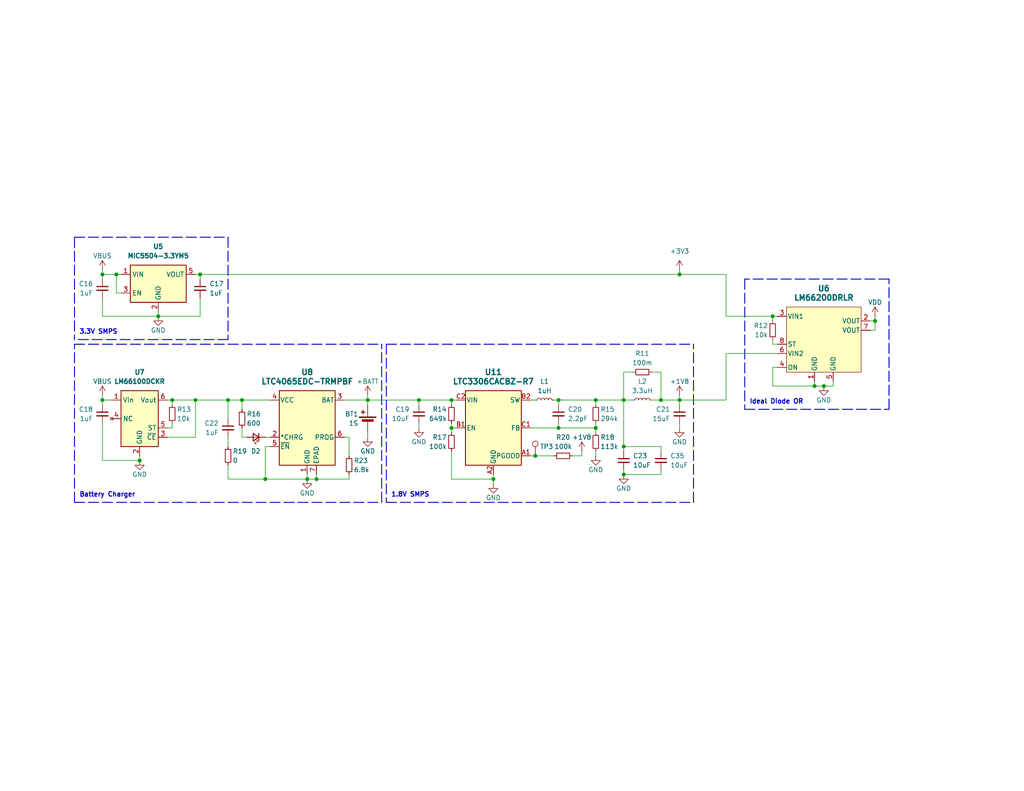
<source format=kicad_sch>
(kicad_sch (version 20231120) (generator "eeschema") (generator_version "8.0")
  (paper "USLetter")
  (title_block (title "T1000 - Power") (date "2024-09-10") (rev "V0") (company "UMDBPP") (comment 1 "Michael Shipman") (comment 2 "ENEE499L"))
  (lib_symbols
    (symbol "BPP_Lib:LM66100"
      (property "Reference" "U11" (at 0 6.35 0))
      (property "Value" "~" (at 0 6.35 0))
      (symbol "LM66100_1_1"
        (rectangle (start -5.08 5.08) (end 5.08 -10.16) (stroke (width 0.254)) (fill (type background)))
        (pin input line (at -7.62 2.54 0) (length 2.54) (name "Vin") (number "1"))
        (pin input line (at 0 -12.7 90) (length 2.54) (name "GND") (number "2"))
        (pin input line (at 7.62 -7.62 180) (length 2.54) (name "~{CE}") (number "3"))
        (pin no_connect line (at -7.62 -2.54 0) (length 2.54) (name "NC") (number "4"))
        (pin input line (at 7.62 -5.08 180) (length 2.54) (name "ST") (number "5"))
        (pin input line (at 7.62 2.54 180) (length 2.54) (name "Vout") (number "6"))
      )
    )
    (symbol "BPP_Lib:LM66200DRLR" (pin_names (offset 0.254))
      (property "Reference" "U" (at 0 14.478 0))
      (property "Value" "LM66200DRLR" (at -0.254 11.43 0))
      (symbol "LM66200DRLR_1_1"
        (rectangle (start -10.16 8.89) (end 10.16 -8.89) (fill (type background)))
        (pin power_out line (at -2.54 -11.43 90) (length 2.54) (name "GND") (number "1"))
        (pin power_in line (at 12.7 5.08 180) (length 2.54) (name "VOUT") (number "2"))
        (pin input line (at -12.7 6.35 0) (length 2.54) (name "VIN1") (number "3"))
        (pin input line (at -12.7 -7.62 0) (length 2.54) (name "ON") (number "4"))
        (pin power_out line (at 2.54 -11.43 90) (length 2.54) (name "GND") (number "5"))
        (pin input line (at -12.7 -3.81 0) (length 2.54) (name "VIN2") (number "6"))
        (pin output line (at 12.7 2.54 180) (length 2.54) (name "VOUT") (number "7"))
        (pin output line (at -12.7 -1.27 0) (length 2.54) (name "ST") (number "8"))
      )
    )
    (symbol "BPP_Lib:LTC3306CACBZ-R7" (pin_names (offset 0.254))
      (property "Reference" "U6" (at 0 15.24 0))
      (property "Value" "LTC3306CACBZ-R7" (at 0 12.7 0))
      (symbol "LTC3306CACBZ-R7_0_1"
        (pin output line (at 10.16 -7.62 180) (length 2.54) (name "PGOOD") (number "A1"))
        (pin power_out line (at 0 -12.7 90) (length 2.54) (name "GND") (number "A2"))
        (pin input line (at -10.16 0 0) (length 2.54) (name "EN") (number "B1"))
        (pin unspecified line (at 10.16 7.62 180) (length 2.54) (name "SW") (number "B2"))
        (pin unspecified line (at 10.16 0 180) (length 2.54) (name "FB") (number "C1"))
        (pin unspecified line (at -10.16 7.62 0) (length 2.54) (name "VIN") (number "C2"))
      )
      (symbol "LTC3306CACBZ-R7_1_1"
        (rectangle (start -7.62 10.16) (end 7.62 -10.16) (stroke (width 0.254)) (fill (type background)))
      )
    )
    (symbol "BPP_Lib:LTC4065AEDC-TRMPBF" (pin_names (offset 0.254))
      (property "Reference" "U7" (at 0 15.24 0))
      (property "Value" "LTC4065EDC-TRMPBF" (at 0 12.7 0))
      (symbol "LTC4065AEDC-TRMPBF_0_1"
        (pin power_in line (at 0 -12.7 90) (length 2.54) (name "GND") (number "1"))
        (pin output line (at -10.16 -2.54 0) (length 2.54) (name "*CHRG") (number "2"))
        (pin output line (at 10.16 7.62 180) (length 2.54) (name "BAT") (number "3"))
        (pin power_in line (at -10.16 7.62 0) (length 2.54) (name "VCC") (number "4"))
        (pin unspecified line (at 10.16 -2.54 180) (length 2.54) (name "PROG") (number "6"))
        (pin unspecified line (at 2.54 -12.7 90) (length 2.54) (name "EPAD") (number "7"))
      )
      (symbol "LTC4065AEDC-TRMPBF_1_1"
        (rectangle (start -7.62 10.16) (end 7.62 -10.16) (stroke (width 0.254)) (fill (type background)))
        (pin bidirectional line (at -10.16 -5.08 0) (length 2.54) (name "~{EN}") (number "5"))
      )
    )
    (symbol "Connector:TestPoint" (pin_numbers hide) (pin_names (offset 0.762) hide)
      (property "Reference" "TP" (at 0 6.858 0))
      (property "Value" "TestPoint" (at 0 5.08 0))
      (symbol "TestPoint_0_1"
        (circle (center 0 3.302) (radius 0.762))
      )
      (symbol "TestPoint_1_1"
        (pin passive line (at 0 0 90) (length 2.54) (name "1") (number "1"))
      )
    )
    (symbol "Device:Battery_Cell" (pin_numbers hide) (pin_names (offset 0) hide)
      (property "Reference" "BT" (at 2.54 2.54 0))
      (property "Value" "Battery_Cell" (at 2.54 0 0))
      (symbol "Battery_Cell_0_1"
        (rectangle (start -2.286 1.778) (end 2.286 1.524) (fill (type outline)))
        (rectangle (start -1.524 1.016) (end 1.524 0.508) (fill (type outline)))
        (polyline (pts (xy 0 0.762) (xy 0 0)))
        (polyline (pts (xy 0 1.778) (xy 0 2.54)))
        (polyline (pts (xy 0.762 3.048) (xy 1.778 3.048)) (stroke (width 0.254)))
        (polyline (pts (xy 1.27 3.556) (xy 1.27 2.54)) (stroke (width 0.254)))
      )
      (symbol "Battery_Cell_1_1"
        (pin passive line (at 0 5.08 270) (length 2.54) (name "+") (number "1"))
        (pin passive line (at 0 -2.54 90) (length 2.54) (name "-") (number "2"))
      )
    )
    (symbol "Device:C_Small" (pin_numbers hide) (pin_names (offset 0.254) hide)
      (property "Reference" "C" (at 0.254 1.778 0))
      (property "Value" "C_Small" (at 0.254 -2.032 0))
      (symbol "C_Small_0_1"
        (polyline (pts (xy -1.524 -0.508) (xy 1.524 -0.508)) (stroke (width 0.3302)))
        (polyline (pts (xy -1.524 0.508) (xy 1.524 0.508)) (stroke (width 0.3048)))
      )
      (symbol "C_Small_1_1"
        (pin passive line (at 0 2.54 270) (length 2.032) (name "~") (number "1"))
        (pin passive line (at 0 -2.54 90) (length 2.032) (name "~") (number "2"))
      )
    )
    (symbol "Device:LED_Small" (pin_numbers hide) (pin_names (offset 0.254) hide)
      (property "Reference" "D" (at -1.27 3.175 0))
      (property "Value" "LED_Small" (at -4.445 -2.54 0))
      (symbol "LED_Small_0_1"
        (polyline (pts (xy -0.762 -1.016) (xy -0.762 1.016)) (stroke (width 0.254)))
        (polyline (pts (xy 1.016 0) (xy -0.762 0)))
        (polyline (pts (xy 0.762 -1.016) (xy -0.762 0) (xy 0.762 1.016) (xy 0.762 -1.016)) (stroke (width 0.254)))
        (polyline (pts (xy 0 0.762) (xy -0.508 1.27) (xy -0.254 1.27) (xy -0.508 1.27) (xy -0.508 1.016)))
        (polyline (pts (xy 0.508 1.27) (xy 0 1.778) (xy 0.254 1.778) (xy 0 1.778) (xy 0 1.524)))
      )
      (symbol "LED_Small_1_1"
        (pin passive line (at -2.54 0 0) (length 1.778) (name "K") (number "1"))
        (pin passive line (at 2.54 0 180) (length 1.778) (name "A") (number "2"))
      )
    )
    (symbol "Device:L_Small" (pin_numbers hide) (pin_names (offset 0.254) hide)
      (property "Reference" "L" (at 0.762 1.016 0))
      (property "Value" "L_Small" (at 0.762 -1.016 0))
      (symbol "L_Small_0_1"
        (arc (start 0 -2.032) (mid 0.5058 -1.524) (end 0 -1.016))
        (arc (start 0 -1.016) (mid 0.5058 -0.508) (end 0 0))
        (arc (start 0 0) (mid 0.5058 0.508) (end 0 1.016))
        (arc (start 0 1.016) (mid 0.5058 1.524) (end 0 2.032))
      )
      (symbol "L_Small_1_1"
        (pin passive line (at 0 2.54 270) (length 0.508) (name "~") (number "1"))
        (pin passive line (at 0 -2.54 90) (length 0.508) (name "~") (number "2"))
      )
    )
    (symbol "Device:R_Small" (pin_numbers hide) (pin_names (offset 0.254) hide)
      (property "Reference" "R" (at 0.762 0.508 0))
      (property "Value" "R_Small" (at 0.762 -1.016 0))
      (symbol "R_Small_0_1"
        (rectangle (start -0.762 1.778) (end 0.762 -1.778) (stroke (width 0.2032)))
      )
      (symbol "R_Small_1_1"
        (pin passive line (at 0 2.54 270) (length 0.762) (name "~") (number "1"))
        (pin passive line (at 0 -2.54 90) (length 0.762) (name "~") (number "2"))
      )
    )
    (symbol "Regulator_Linear:MIC5504-3.3YM5"
      (property "Reference" "U" (at -7.62 8.89 0))
      (property "Value" "MIC5504-3.3YM5" (at -7.62 6.35 0))
      (symbol "MIC5504-3.3YM5_0_1"
        (rectangle (start -7.62 -5.08) (end 7.62 5.08) (stroke (width 0.254)) (fill (type background)))
      )
      (symbol "MIC5504-3.3YM5_1_1"
        (pin power_in line (at -10.16 2.54 0) (length 2.54) (name "VIN") (number "1"))
        (pin power_in line (at 0 -7.62 90) (length 2.54) (name "GND") (number "2"))
        (pin input line (at -10.16 -2.54 0) (length 2.54) (name "EN") (number "3"))
        (pin no_connect line (at 7.62 -2.54 180) (length 2.54) hide (name "NC") (number "4"))
        (pin power_out line (at 10.16 2.54 180) (length 2.54) (name "VOUT") (number "5"))
      )
    )
    (symbol "VBUS_1" (power) (pin_numbers hide) (pin_names (offset 0) hide)
      (property "Value" "VBUS" (at 0 3.556 0))
      (symbol "VBUS_1_0_1"
        (polyline (pts (xy -0.762 1.27) (xy 0 2.54)))
        (polyline (pts (xy 0 0) (xy 0 2.54)))
        (polyline (pts (xy 0 2.54) (xy 0.762 1.27)))
      )
      (symbol "VBUS_1_1_1"
        (pin power_in line (at 0 0 90) (length 0) (name "~") (number "1"))
      )
    )
    (symbol "VBUS_2" (power) (pin_numbers hide) (pin_names (offset 0) hide)
      (property "Value" "VBUS" (at 0 3.556 0))
      (symbol "VBUS_2_0_1"
        (polyline (pts (xy -0.762 1.27) (xy 0 2.54)))
        (polyline (pts (xy 0 0) (xy 0 2.54)))
        (polyline (pts (xy 0 2.54) (xy 0.762 1.27)))
      )
      (symbol "VBUS_2_1_1"
        (pin power_in line (at 0 0 90) (length 0) (name "~") (number "1"))
      )
    )
    (symbol "power:+1V8" (power) (pin_numbers hide) (pin_names (offset 0) hide)
      (property "Value" "+1V8" (at 0 3.556 0))
      (symbol "+1V8_0_1"
        (polyline (pts (xy -0.762 1.27) (xy 0 2.54)))
        (polyline (pts (xy 0 0) (xy 0 2.54)))
        (polyline (pts (xy 0 2.54) (xy 0.762 1.27)))
      )
      (symbol "+1V8_1_1"
        (pin power_in line (at 0 0 90) (length 0) (name "~") (number "1"))
      )
    )
    (symbol "power:+3V3" (power) (pin_numbers hide) (pin_names (offset 0) hide)
      (property "Value" "+3V3" (at 0 3.556 0))
      (symbol "+3V3_0_1"
        (polyline (pts (xy -0.762 1.27) (xy 0 2.54)))
        (polyline (pts (xy 0 0) (xy 0 2.54)))
        (polyline (pts (xy 0 2.54) (xy 0.762 1.27)))
      )
      (symbol "+3V3_1_1"
        (pin power_in line (at 0 0 90) (length 0) (name "~") (number "1"))
      )
    )
    (symbol "power:+BATT" (power) (pin_numbers hide) (pin_names (offset 0) hide)
      (property "Value" "+BATT" (at 0 3.556 0))
      (symbol "+BATT_0_1"
        (polyline (pts (xy -0.762 1.27) (xy 0 2.54)))
        (polyline (pts (xy 0 0) (xy 0 2.54)))
        (polyline (pts (xy 0 2.54) (xy 0.762 1.27)))
      )
      (symbol "+BATT_1_1"
        (pin power_in line (at 0 0 90) (length 0) (name "~") (number "1"))
      )
    )
    (symbol "power:GND" (power) (pin_numbers hide) (pin_names (offset 0) hide)
      (property "Value" "GND" (at 0 -3.81 0))
      (symbol "GND_0_1"
        (polyline (pts (xy 0 0) (xy 0 -1.27) (xy 1.27 -1.27) (xy 0 -2.54) (xy -1.27 -1.27) (xy 0 -1.27)))
      )
      (symbol "GND_1_1"
        (pin power_in line (at 0 0 270) (length 0) (name "~") (number "1"))
      )
    )
    (symbol "power:VDD" (power) (pin_numbers hide) (pin_names (offset 0) hide)
      (property "Value" "VDD" (at 0 3.556 0))
      (symbol "VDD_0_1"
        (polyline (pts (xy -0.762 1.27) (xy 0 2.54)))
        (polyline (pts (xy 0 0) (xy 0 2.54)))
        (polyline (pts (xy 0 2.54) (xy 0.762 1.27)))
      )
      (symbol "VDD_1_1"
        (pin power_in line (at 0 0 90) (length 0) (name "~") (number "1"))
      )
    )
  )
  (junction (at 123.19 116.84))
  (junction (at 185.42 74.93))
  (junction (at 185.42 109.22))
  (junction (at 62.23 109.22))
  (junction (at 66.04 109.22))
  (junction (at 180.34 109.22))
  (junction (at 170.18 129.54))
  (junction (at 170.18 121.92))
  (junction (at 53.34 109.22))
  (junction (at 46.99 109.22))
  (junction (at 222.25 105.41))
  (junction (at 43.18 86.36))
  (junction (at 134.62 130.81))
  (junction (at 210.82 86.36))
  (junction (at 238.76 87.63))
  (junction (at 146.05 124.46))
  (junction (at 162.56 116.84))
  (junction (at 152.4 116.84))
  (junction (at 27.94 109.22))
  (junction (at 100.33 109.22))
  (junction (at 123.19 109.22))
  (junction (at 114.3 109.22))
  (junction (at 72.39 130.81))
  (junction (at 54.61 74.93))
  (junction (at 86.36 130.81))
  (junction (at 224.79 105.41))
  (junction (at 162.56 109.22))
  (junction (at 31.75 74.93))
  (junction (at 152.4 109.22))
  (junction (at 170.18 109.22))
  (junction (at 27.94 74.93))
  (junction (at 38.1 125.73))
  (junction (at 83.82 130.81))
  (wire (pts (xy 152.4 110.49) (xy 152.4 109.22)))
  (wire (pts (xy 62.23 114.3) (xy 62.23 109.22)))
  (wire (pts (xy 151.13 109.22) (xy 152.4 109.22)))
  (wire (pts (xy 46.99 109.22) (xy 45.72 109.22)))
  (wire (pts (xy 27.94 125.73) (xy 38.1 125.73)))
  (wire (pts (xy 198.12 96.52) (xy 212.09 96.52)))
  (wire (pts (xy 62.23 109.22) (xy 66.04 109.22)))
  (wire (pts (xy 152.4 109.22) (xy 162.56 109.22)))
  (wire (pts (xy 86.36 130.81) (xy 95.25 130.81)))
  (wire (pts (xy 198.12 74.93) (xy 198.12 86.36)))
  (wire (pts (xy 72.39 130.81) (xy 83.82 130.81)))
  (polyline (pts (xy 20.32 64.77) (xy 20.32 92.71)) (stroke (width 0.254) (type dash)))
  (wire (pts (xy 123.19 116.84) (xy 123.19 115.57)))
  (wire (pts (xy 170.18 123.19) (xy 170.18 121.92)))
  (wire (pts (xy 156.21 124.46) (xy 158.75 124.46)))
  (wire (pts (xy 180.34 129.54) (xy 180.34 128.27)))
  (wire (pts (xy 212.09 93.98) (xy 210.82 93.98)))
  (polyline (pts (xy 242.57 111.76) (xy 242.57 76.2)) (stroke (width 0.254) (type dash)))
  (wire (pts (xy 123.19 130.81) (xy 134.62 130.81)))
  (wire (pts (xy 123.19 109.22) (xy 124.46 109.22)))
  (wire (pts (xy 114.3 109.22) (xy 123.19 109.22)))
  (wire (pts (xy 158.75 124.46) (xy 158.75 123.19)))
  (wire (pts (xy 162.56 110.49) (xy 162.56 109.22)))
  (wire (pts (xy 198.12 109.22) (xy 198.12 96.52)))
  (wire (pts (xy 152.4 116.84) (xy 162.56 116.84)))
  (wire (pts (xy 210.82 100.33) (xy 212.09 100.33)))
  (wire (pts (xy 210.82 100.33) (xy 210.82 105.41)))
  (wire (pts (xy 46.99 116.84) (xy 46.99 115.57)))
  (wire (pts (xy 177.8 101.6) (xy 180.34 101.6)))
  (wire (pts (xy 27.94 86.36) (xy 43.18 86.36)))
  (wire (pts (xy 146.05 124.46) (xy 151.13 124.46)))
  (wire (pts (xy 162.56 118.11) (xy 162.56 116.84)))
  (wire (pts (xy 27.94 76.2) (xy 27.94 74.93)))
  (wire (pts (xy 185.42 107.95) (xy 185.42 109.22)))
  (wire (pts (xy 45.72 119.38) (xy 53.34 119.38)))
  (wire (pts (xy 123.19 130.81) (xy 123.19 123.19)))
  (polyline (pts (xy 105.41 93.98) (xy 189.23 93.98)) (stroke (width 0.254) (type dash)))
  (wire (pts (xy 210.82 105.41) (xy 222.25 105.41)))
  (wire (pts (xy 123.19 116.84) (xy 123.19 118.11)))
  (wire (pts (xy 222.25 104.14) (xy 222.25 105.41)))
  (wire (pts (xy 185.42 109.22) (xy 198.12 109.22)))
  (wire (pts (xy 170.18 109.22) (xy 170.18 101.6)))
  (wire (pts (xy 100.33 109.22) (xy 100.33 110.49)))
  (wire (pts (xy 144.78 109.22) (xy 146.05 109.22)))
  (wire (pts (xy 114.3 110.49) (xy 114.3 109.22)))
  (wire (pts (xy 238.76 87.63) (xy 237.49 87.63)))
  (wire (pts (xy 100.33 118.11) (xy 100.33 119.38)))
  (wire (pts (xy 86.36 130.81) (xy 86.36 129.54)))
  (wire (pts (xy 152.4 116.84) (xy 152.4 115.57)))
  (wire (pts (xy 72.39 121.92) (xy 73.66 121.92)))
  (polyline (pts (xy 20.32 64.77) (xy 62.23 64.77)) (stroke (width 0.254) (type dash)))
  (wire (pts (xy 144.78 116.84) (xy 152.4 116.84)))
  (wire (pts (xy 100.33 107.95) (xy 100.33 109.22)))
  (wire (pts (xy 27.94 74.93) (xy 31.75 74.93)))
  (wire (pts (xy 123.19 116.84) (xy 124.46 116.84)))
  (wire (pts (xy 30.48 109.22) (xy 27.94 109.22)))
  (wire (pts (xy 95.25 124.46) (xy 95.25 119.38)))
  (wire (pts (xy 162.56 116.84) (xy 162.56 115.57)))
  (wire (pts (xy 66.04 109.22) (xy 73.66 109.22)))
  (wire (pts (xy 27.94 81.28) (xy 27.94 86.36)))
  (wire (pts (xy 180.34 101.6) (xy 180.34 109.22)))
  (wire (pts (xy 54.61 76.2) (xy 54.61 74.93)))
  (wire (pts (xy 62.23 130.81) (xy 72.39 130.81)))
  (wire (pts (xy 180.34 109.22) (xy 185.42 109.22)))
  (wire (pts (xy 185.42 73.66) (xy 185.42 74.93)))
  (polyline (pts (xy 105.41 137.16) (xy 189.23 137.16)) (stroke (width 0.254) (type dash)))
  (wire (pts (xy 66.04 111.76) (xy 66.04 109.22)))
  (wire (pts (xy 210.82 86.36) (xy 212.09 86.36)))
  (polyline (pts (xy 242.57 76.2) (xy 203.2 76.2)) (stroke (width 0.254) (type dash)))
  (wire (pts (xy 210.82 93.98) (xy 210.82 92.71)))
  (wire (pts (xy 198.12 86.36) (xy 210.82 86.36)))
  (wire (pts (xy 95.25 129.54) (xy 95.25 130.81)))
  (polyline (pts (xy 203.2 111.76) (xy 242.57 111.76)) (stroke (width 0.254) (type dash)))
  (wire (pts (xy 43.18 86.36) (xy 54.61 86.36)))
  (wire (pts (xy 114.3 115.57) (xy 114.3 116.84)))
  (wire (pts (xy 53.34 119.38) (xy 53.34 109.22)))
  (wire (pts (xy 162.56 109.22) (xy 170.18 109.22)))
  (wire (pts (xy 238.76 87.63) (xy 238.76 86.36)))
  (wire (pts (xy 38.1 124.46) (xy 38.1 125.73)))
  (wire (pts (xy 66.04 119.38) (xy 67.31 119.38)))
  (wire (pts (xy 134.62 130.81) (xy 134.62 132.08)))
  (wire (pts (xy 27.94 109.22) (xy 27.94 110.49)))
  (wire (pts (xy 134.62 129.54) (xy 134.62 130.81)))
  (polyline (pts (xy 105.41 93.98) (xy 105.41 137.16)) (stroke (width 0.254) (type dash)))
  (wire (pts (xy 27.94 115.57) (xy 27.94 125.73)))
  (wire (pts (xy 177.8 109.22) (xy 180.34 109.22)))
  (wire (pts (xy 170.18 109.22) (xy 170.18 121.92)))
  (wire (pts (xy 170.18 129.54) (xy 180.34 129.54)))
  (wire (pts (xy 170.18 128.27) (xy 170.18 129.54)))
  (wire (pts (xy 66.04 116.84) (xy 66.04 119.38)))
  (wire (pts (xy 72.39 119.38) (xy 73.66 119.38)))
  (wire (pts (xy 62.23 121.92) (xy 62.23 119.38)))
  (wire (pts (xy 83.82 129.54) (xy 83.82 130.81)))
  (wire (pts (xy 31.75 74.93) (xy 33.02 74.93)))
  (wire (pts (xy 53.34 109.22) (xy 62.23 109.22)))
  (wire (pts (xy 95.25 119.38) (xy 93.98 119.38)))
  (wire (pts (xy 180.34 123.19) (xy 180.34 121.92)))
  (wire (pts (xy 93.98 109.22) (xy 100.33 109.22)))
  (wire (pts (xy 224.79 105.41) (xy 227.33 105.41)))
  (wire (pts (xy 46.99 110.49) (xy 46.99 109.22)))
  (polyline (pts (xy 20.32 137.16) (xy 104.14 137.16)) (stroke (width 0.254) (type dash)))
  (wire (pts (xy 123.19 110.49) (xy 123.19 109.22)))
  (wire (pts (xy 53.34 109.22) (xy 46.99 109.22)))
  (wire (pts (xy 185.42 74.93) (xy 198.12 74.93)))
  (wire (pts (xy 162.56 123.19) (xy 162.56 124.46)))
  (wire (pts (xy 227.33 105.41) (xy 227.33 104.14)))
  (wire (pts (xy 185.42 115.57) (xy 185.42 116.84)))
  (wire (pts (xy 62.23 130.81) (xy 62.23 127)))
  (wire (pts (xy 54.61 74.93) (xy 185.42 74.93)))
  (polyline (pts (xy 203.2 76.2) (xy 203.2 111.76)) (stroke (width 0.254) (type dash)))
  (wire (pts (xy 238.76 90.17) (xy 238.76 87.63)))
  (wire (pts (xy 33.02 80.01) (xy 31.75 80.01)))
  (wire (pts (xy 170.18 121.92) (xy 180.34 121.92)))
  (wire (pts (xy 222.25 105.41) (xy 224.79 105.41)))
  (wire (pts (xy 43.18 85.09) (xy 43.18 86.36)))
  (wire (pts (xy 27.94 107.95) (xy 27.94 109.22)))
  (wire (pts (xy 72.39 121.92) (xy 72.39 130.81)))
  (wire (pts (xy 144.78 124.46) (xy 146.05 124.46)))
  (wire (pts (xy 185.42 110.49) (xy 185.42 109.22)))
  (wire (pts (xy 54.61 86.36) (xy 54.61 81.28)))
  (wire (pts (xy 31.75 80.01) (xy 31.75 74.93)))
  (wire (pts (xy 45.72 116.84) (xy 46.99 116.84)))
  (wire (pts (xy 210.82 86.36) (xy 210.82 87.63)))
  (polyline (pts (xy 62.23 92.71) (xy 20.32 92.71)) (stroke (width 0.254) (type dash)))
  (wire (pts (xy 100.33 109.22) (xy 114.3 109.22)))
  (wire (pts (xy 170.18 101.6) (xy 172.72 101.6)))
  (wire (pts (xy 237.49 90.17) (xy 238.76 90.17)))
  (polyline (pts (xy 20.32 137.16) (xy 20.32 93.98)) (stroke (width 0.254) (type dash)))
  (wire (pts (xy 27.94 73.66) (xy 27.94 74.93)))
  (polyline (pts (xy 104.14 137.16) (xy 104.14 93.98)) (stroke (width 0.254) (type dash)))
  (polyline (pts (xy 189.23 137.16) (xy 189.23 93.98)) (stroke (width 0.254) (type dash)))
  (polyline (pts (xy 62.23 64.77) (xy 62.23 92.71)) (stroke (width 0.254) (type dash)))
  (polyline (pts (xy 20.32 93.98) (xy 104.14 93.98)) (stroke (width 0.254) (type dash)))
  (wire (pts (xy 83.82 130.81) (xy 86.36 130.81)))
  (wire (pts (xy 54.61 74.93) (xy 53.34 74.93)))
  (wire (pts (xy 172.72 109.22) (xy 170.18 109.22)))
  (text "Battery Charger" (at 21.59 135.89 0) (effects (font (size 1.27 1.27) (thickness 0.254) (bold yes)) (justify left bottom)))
  (text "Ideal Diode OR" (at 204.47 110.49 0) (effects (font (size 1.27 1.27) (thickness 0.254) (bold yes)) (justify left bottom)))
  (text "3.3V SMPS" (at 21.59 91.44 0) (effects (font (size 1.27 1.27) (thickness 0.254) (bold yes)) (justify left bottom)))
  (text "1.8V SMPS" (at 106.68 135.89 0) (effects (font (size 1.27 1.27) (thickness 0.254) (bold yes)) (justify left bottom)))
  (symbol (lib_id "Device:C_Small") (at 170.18 125.73 0) (unit 1)
    (property "Reference" "C23" (at 172.72 124.46 0) (effects (justify left)))
    (property "Value" "10uF" (at 172.72 127 0) (effects (justify left)))
    (property "Footprint" "Capacitor_SMD:C_0805_2012Metric" (effects (hide yes)))
    (property "Description" "Unpolarized capacitor, small symbol" (effects (hide yes)))
  )
  (symbol (lib_id "power:GND") (at 100.33 119.38 0) (unit 1)
    (property "Reference" "#PWR045" (effects (hide yes)))
    (property "Value" "GND" (at 100.33 123.19 0))
    (property "Description" "Power symbol creates a global label with name \"GND\" , ground" (effects (hide yes)))
  )
  (symbol (lib_id "Device:R_Small") (at 123.19 113.03 0) (unit 1)
    (property "Reference" "R14" (at 121.92 111.76 0) (effects (justify right)))
    (property "Value" "649k" (at 121.92 114.3 0) (effects (justify right)))
    (property "Footprint" "Resistor_SMD:R_0402_1005Metric" (effects (hide yes)))
    (property "Description" "Resistor, small symbol" (effects (hide yes)))
  )
  (symbol (lib_id "power:GND") (at 162.56 124.46 0) (unit 1)
    (property "Reference" "#PWR050" (effects (hide yes)))
    (property "Value" "GND" (at 162.56 128.27 0))
    (property "Description" "Power symbol creates a global label with name \"GND\" , ground" (effects (hide yes)))
  )
  (symbol (lib_id "Device:R_Small") (at 123.19 120.65 0) (mirror y) (unit 1)
    (property "Reference" "R17" (at 121.92 119.38 0) (effects (justify left)))
    (property "Value" "100k" (at 121.92 121.92 0) (effects (justify left)))
    (property "Footprint" "Resistor_SMD:R_0402_1005Metric" (effects (hide yes)))
    (property "Description" "Resistor, small symbol" (effects (hide yes)))
  )
  (symbol (lib_id "Device:R_Small") (at 162.56 113.03 0) (unit 1)
    (property "Reference" "R15" (at 163.83 111.76 0) (effects (justify left)))
    (property "Value" "294k" (at 163.83 114.3 0) (effects (justify left)))
    (property "Footprint" "Resistor_SMD:R_0402_1005Metric" (effects (hide yes)))
    (property "Description" "Resistor, small symbol" (effects (hide yes)))
  )
  (symbol (lib_id "Device:R_Small") (at 46.99 113.03 0) (unit 1)
    (property "Reference" "R13" (at 48.26 111.76 0) (effects (justify left)))
    (property "Value" "10k" (at 48.26 114.3 0) (effects (justify left)))
    (property "Footprint" "Resistor_SMD:R_0402_1005Metric" (effects (hide yes)))
    (property "Description" "Resistor, small symbol" (effects (hide yes)))
  )
  (symbol (lib_id "power:+1V8") (at 158.75 123.19 0) (unit 1)
    (property "Reference" "#PWR049" (effects (hide yes)))
    (property "Value" "+1V8" (at 158.75 119.38 0))
    (property "Description" "Power symbol creates a global label with name \"+1V8\"" (effects (hide yes)))
  )
  (symbol (lib_id "power:GND") (at 134.62 132.08 0) (unit 1)
    (property "Reference" "#PWR066" (effects (hide yes)))
    (property "Value" "GND" (at 134.62 135.89 0))
    (property "Description" "Power symbol creates a global label with name \"GND\" , ground" (effects (hide yes)))
  )
  (symbol (lib_id "power:+1V8") (at 185.42 107.95 0) (unit 1)
    (property "Reference" "#PWR041" (effects (hide yes)))
    (property "Value" "+1V8" (at 185.42 104.14 0))
    (property "Description" "Power symbol creates a global label with name \"+1V8\"" (effects (hide yes)))
  )
  (symbol (lib_id "Device:LED_Small") (at 69.85 119.38 180) (unit 1)
    (property "Reference" "D2" (at 69.7865 123.19 0))
    (property "Value" "LED_Small" (effects (hide yes)))
    (property "Footprint" "LED_SMD:LED_0603_1608Metric" (effects (hide yes)))
    (property "Description" "Light emitting diode, small symbol" (effects (hide yes)))
  )
  (symbol (lib_id "BPP_Lib:LTC3306CACBZ-R7") (at 134.62 116.84 0) (unit 1)
    (property "Reference" "U11" (at 134.62 101.6 0) (effects (font (size 1.524 1.524) (bold yes))))
    (property "Value" "LTC3306CACBZ-R7" (at 134.62 104.14 0) (effects (font (size 1.524 1.524) (bold yes))))
    (property "Footprint" "BPP_Lib:CB-6-19_ADI" (effects (hide yes)))
    (property "Datasheet" "LTC3306CACBZ-R7" (effects (hide yes)))
  )
  (symbol (lib_id "power:GND") (at 185.42 116.84 0) (unit 1)
    (property "Reference" "#PWR044" (effects (hide yes)))
    (property "Value" "GND" (at 185.42 120.65 0))
    (property "Description" "Power symbol creates a global label with name \"GND\" , ground" (effects (hide yes)))
  )
  (symbol (lib_id "Device:C_Small") (at 27.94 78.74 0) (mirror y) (unit 1)
    (property "Reference" "C16" (at 25.4 77.4762 0) (effects (justify left)))
    (property "Value" "1uF" (at 25.4 80.0162 0) (effects (justify left)))
    (property "Footprint" "Capacitor_SMD:C_0603_1608Metric" (effects (hide yes)))
    (property "Description" "Unpolarized capacitor, small symbol" (effects (hide yes)))
  )
  (symbol (lib_id "Device:R_Small") (at 62.23 124.46 0) (unit 1)
    (property "Reference" "R19" (at 63.5 123.19 0) (effects (justify left)))
    (property "Value" "0" (at 63.5 125.73 0) (effects (justify left)))
    (property "Footprint" "Resistor_SMD:R_0402_1005Metric" (effects (hide yes)))
    (property "Description" "Resistor, small symbol" (effects (hide yes)))
  )
  (symbol (lib_id "BPP_Lib:LM66100") (at 38.1 111.76 0) (unit 1)
    (property "Reference" "U7" (at 38.1 101.6 0) (effects (font (bold yes))))
    (property "Value" "LM66100DCKR" (at 38.1 104.14 0) (effects (font (bold yes))))
    (property "Footprint" "Package_TO_SOT_SMD:SOT-363_SC-70-6" (effects (hide yes)))
  )
  (symbol (lib_id "Device:C_Small") (at 27.94 113.03 0) (unit 1)
    (property "Reference" "C18" (at 25.4 111.7662 0) (effects (justify right)))
    (property "Value" "1uF" (at 25.4 114.3062 0) (effects (justify right)))
    (property "Footprint" "Capacitor_SMD:C_0603_1608Metric" (effects (hide yes)))
    (property "Description" "Unpolarized capacitor, small symbol" (effects (hide yes)))
  )
  (symbol (lib_id "power:VDD") (at 238.76 86.36 0) (unit 1)
    (property "Reference" "#PWR038" (effects (hide yes)))
    (property "Value" "VDD" (at 238.76 82.55 0))
    (property "Description" "Power symbol creates a global label with name \"VDD\"" (effects (hide yes)))
  )
  (symbol (lib_id "Device:R_Small") (at 162.56 120.65 0) (unit 1)
    (property "Reference" "R18" (at 163.83 119.38 0) (effects (justify left)))
    (property "Value" "113k" (at 163.83 121.92 0) (effects (justify left)))
    (property "Footprint" "Resistor_SMD:R_0402_1005Metric" (effects (hide yes)))
    (property "Description" "Resistor, small symbol" (effects (hide yes)))
  )
  (symbol (lib_id "power:GND") (at 38.1 125.73 0) (unit 1)
    (property "Reference" "#PWR051" (effects (hide yes)))
    (property "Value" "GND" (at 38.1 129.54 0))
    (property "Description" "Power symbol creates a global label with name \"GND\" , ground" (effects (hide yes)))
  )
  (symbol (lib_name "VBUS_1") (lib_id "power:VBUS") (at 27.94 107.95 0) (unit 1)
    (property "Reference" "#PWR039" (effects (hide yes)))
    (property "Value" "VBUS" (at 27.94 104.14 0))
    (property "Description" "Power symbol creates a global label with name \"VBUS\"" (effects (hide yes)))
  )
  (symbol (lib_id "Device:Battery_Cell") (at 100.33 115.57 0) (mirror y) (unit 1)
    (property "Reference" "BT1" (at 97.79 113.03 0) (effects (justify left)))
    (property "Value" "1S" (at 97.79 115.57 0) (effects (justify left)))
    (property "Footprint" "Connector_JST:JST_PH_S2B-PH-K_1x02_P2.00mm_Horizontal" (effects (hide yes)))
    (property "Description" "Single-cell battery" (effects (hide yes)))
  )
  (symbol (lib_id "Regulator_Linear:MIC5504-3.3YM5") (at 43.18 77.47 0) (unit 1)
    (property "Reference" "U5" (at 43.18 67.31 0) (effects (font (bold yes))))
    (property "Value" "MIC5504-3.3YM5" (at 43.18 69.85 0) (effects (font (bold yes))))
    (property "Footprint" "Package_TO_SOT_SMD:SOT-23-5" (effects (hide yes)))
    (property "Datasheet" "http://ww1.microchip.com/downloads/en/DeviceDoc/MIC550X.pdf" (effects (hide yes)))
    (property "Description" "300mA Low-dropout Voltage Regulator, Vout 3.3V, Vin up to 5.5V, SOT-23" (effects (hide yes)))
  )
  (symbol (lib_name "VBUS_2") (lib_id "power:VBUS") (at 27.94 73.66 0) (unit 1)
    (property "Reference" "#PWR033" (effects (hide yes)))
    (property "Value" "VBUS" (at 27.94 69.85 0))
    (property "Description" "Power symbol creates a global label with name \"VBUS\"" (effects (hide yes)))
  )
  (symbol (lib_id "power:+3V3") (at 185.42 73.66 0) (unit 1)
    (property "Reference" "#PWR034" (effects (hide yes)))
    (property "Value" "+3V3" (at 185.42 68.58 0))
    (property "Description" "Power symbol creates a global label with name \"+3V3\"" (effects (hide yes)))
  )
  (symbol (lib_id "power:GND") (at 83.82 130.81 0) (unit 1)
    (property "Reference" "#PWR053" (effects (hide yes)))
    (property "Value" "GND" (at 83.82 134.62 0))
    (property "Description" "Power symbol creates a global label with name \"GND\" , ground" (effects (hide yes)))
  )
  (symbol (lib_id "power:GND") (at 43.18 86.36 0) (unit 1)
    (property "Reference" "#PWR036" (effects (hide yes)))
    (property "Value" "GND" (at 43.18 90.17 0))
    (property "Description" "Power symbol creates a global label with name \"GND\" , ground" (effects (hide yes)))
  )
  (symbol (lib_id "Device:R_Small") (at 95.25 127 0) (unit 1)
    (property "Reference" "R23" (at 96.52 125.73 0) (effects (justify left)))
    (property "Value" "6.8k" (at 96.52 128.27 0) (effects (justify left)))
    (property "Footprint" "Resistor_SMD:R_0402_1005Metric" (effects (hide yes)))
    (property "Description" "Resistor, small symbol" (effects (hide yes)))
  )
  (symbol (lib_id "Device:C_Small") (at 54.61 78.74 0) (unit 1)
    (property "Reference" "C17" (at 57.15 77.4762 0) (effects (justify left)))
    (property "Value" "1uF" (at 57.15 80.0162 0) (effects (justify left)))
    (property "Footprint" "Capacitor_SMD:C_0603_1608Metric" (effects (hide yes)))
    (property "Description" "Unpolarized capacitor, small symbol" (effects (hide yes)))
  )
  (symbol (lib_id "Device:L_Small") (at 175.26 109.22 90) (unit 1)
    (property "Reference" "L2" (at 175.26 104.14 90))
    (property "Value" "3.3uH" (at 175.26 106.68 90))
    (property "Footprint" "Inductor_SMD:L_1210_3225Metric" (effects (hide yes)))
    (property "Description" "Inductor, small symbol" (effects (hide yes)))
  )
  (symbol (lib_id "Device:C_Small") (at 114.3 113.03 0) (unit 1)
    (property "Reference" "C19" (at 111.76 111.7662 0) (effects (justify right)))
    (property "Value" "10uF" (at 111.76 114.3062 0) (effects (justify right)))
    (property "Footprint" "Capacitor_SMD:C_0805_2012Metric" (effects (hide yes)))
    (property "Description" "Unpolarized capacitor, small symbol" (effects (hide yes)))
  )
  (symbol (lib_id "Device:R_Small") (at 175.26 101.6 90) (unit 1)
    (property "Reference" "R11" (at 175.26 96.52 90))
    (property "Value" "100m" (at 175.26 99.06 90))
    (property "Footprint" "Resistor_SMD:R_0402_1005Metric" (effects (hide yes)))
    (property "Description" "Resistor, small symbol" (effects (hide yes)))
  )
  (symbol (lib_id "Device:R_Small") (at 66.04 114.3 0) (unit 1)
    (property "Reference" "R16" (at 67.31 113.03 0) (effects (justify left)))
    (property "Value" "600" (at 67.31 115.57 0) (effects (justify left)))
    (property "Footprint" "Resistor_SMD:R_0402_1005Metric" (effects (hide yes)))
    (property "Description" "Resistor, small symbol" (effects (hide yes)))
  )
  (symbol (lib_id "power:GND") (at 170.18 129.54 0) (unit 1)
    (property "Reference" "#PWR052" (effects (hide yes)))
    (property "Value" "GND" (at 170.18 133.35 0))
    (property "Description" "Power symbol creates a global label with name \"GND\" , ground" (effects (hide yes)))
  )
  (symbol (lib_id "Device:C_Small") (at 62.23 116.84 0) (unit 1)
    (property "Reference" "C22" (at 59.69 115.5762 0) (effects (justify right)))
    (property "Value" "1uF" (at 59.69 118.1162 0) (effects (justify right)))
    (property "Footprint" "Capacitor_SMD:C_0603_1608Metric" (effects (hide yes)))
    (property "Description" "Unpolarized capacitor, small symbol" (effects (hide yes)))
  )
  (symbol (lib_id "Device:C_Small") (at 152.4 113.03 0) (unit 1)
    (property "Reference" "C20" (at 154.94 111.7662 0) (effects (justify left)))
    (property "Value" "2.2pF" (at 154.94 114.3062 0) (effects (justify left)))
    (property "Footprint" "Capacitor_SMD:C_0402_1005Metric" (effects (hide yes)))
    (property "Description" "Unpolarized capacitor, small symbol" (effects (hide yes)))
  )
  (symbol (lib_id "Device:R_Small") (at 210.82 90.17 0) (mirror y) (unit 1)
    (property "Reference" "R12" (at 209.55 88.9 0) (effects (justify left)))
    (property "Value" "10k" (at 209.55 91.44 0) (effects (justify left)))
    (property "Footprint" "Resistor_SMD:R_0402_1005Metric" (effects (hide yes)))
    (property "Description" "Resistor, small symbol" (effects (hide yes)))
  )
  (symbol (lib_id "Connector:TestPoint") (at 146.05 124.46 0) (unit 1)
    (property "Reference" "TP3" (at 147.32 121.92 0) (effects (justify left)))
    (property "Value" "TestPoint" (effects (hide yes)))
    (property "Footprint" "TestPoint:TestPoint_Pad_D1.0mm" (effects (hide yes)))
    (property "Description" "test point" (effects (hide yes)))
  )
  (symbol (lib_id "Device:C_Small") (at 185.42 113.03 0) (mirror y) (unit 1)
    (property "Reference" "C21" (at 182.88 111.7662 0) (effects (justify left)))
    (property "Value" "15uF" (at 182.88 114.3062 0) (effects (justify left)))
    (property "Footprint" "Capacitor_SMD:C_1206_3216Metric" (effects (hide yes)))
    (property "Description" "Unpolarized capacitor, small symbol" (effects (hide yes)))
  )
  (symbol (lib_id "power:+BATT") (at 100.33 107.95 0) (unit 1)
    (property "Reference" "#PWR040" (effects (hide yes)))
    (property "Value" "+BATT" (at 100.33 104.14 0))
    (property "Description" "Power symbol creates a global label with name \"+BATT\"" (effects (hide yes)))
  )
  (symbol (lib_id "power:GND") (at 114.3 116.84 0) (unit 1)
    (property "Reference" "#PWR043" (effects (hide yes)))
    (property "Value" "GND" (at 114.3 120.65 0))
    (property "Description" "Power symbol creates a global label with name \"GND\" , ground" (effects (hide yes)))
  )
  (symbol (lib_id "Device:R_Small") (at 153.67 124.46 90) (unit 1)
    (property "Reference" "R20" (at 153.67 119.38 90))
    (property "Value" "100k" (at 153.67 121.92 90))
    (property "Footprint" "Resistor_SMD:R_0402_1005Metric" (effects (hide yes)))
    (property "Description" "Resistor, small symbol" (effects (hide yes)))
  )
  (symbol (lib_id "BPP_Lib:LM66200DRLR") (at 224.79 92.71 0) (unit 1)
    (property "Reference" "U6" (at 224.79 78.74 0) (effects (font (size 1.524 1.524) (bold yes))))
    (property "Value" "LM66200DRLR" (at 224.79 81.28 0) (effects (font (size 1.524 1.524) (bold yes))))
    (property "Footprint" "BPP_Lib:SOT-5X3_DRL_TEX" (effects (hide yes)))
    (property "Datasheet" "LM66200DRLR" (effects (hide yes)))
  )
  (symbol (lib_id "Device:C_Small") (at 180.34 125.73 0) (unit 1)
    (property "Reference" "C35" (at 182.88 124.4662 0) (effects (justify left)))
    (property "Value" "10uF" (at 182.88 127.0062 0) (effects (justify left)))
    (property "Footprint" "Capacitor_SMD:C_0805_2012Metric" (effects (hide yes)))
    (property "Description" "Unpolarized capacitor, small symbol" (effects (hide yes)))
  )
  (symbol (lib_id "Device:L_Small") (at 148.59 109.22 90) (unit 1)
    (property "Reference" "L1" (at 148.59 104.14 90))
    (property "Value" "1uH" (at 148.59 106.68 90))
    (property "Footprint" "Inductor_SMD:L_0805_2012Metric" (effects (hide yes)))
    (property "Datasheet" "490-18104-1-ND" (effects (hide yes)))
    (property "Description" "Inductor, small symbol" (effects (hide yes)))
  )
  (symbol (lib_id "power:GND") (at 224.79 105.41 0) (unit 1)
    (property "Reference" "#PWR046" (effects (hide yes)))
    (property "Value" "GND" (at 224.79 109.22 0))
    (property "Description" "Power symbol creates a global label with name \"GND\" , ground" (effects (hide yes)))
  )
  (symbol (lib_id "BPP_Lib:LTC4065AEDC-TRMPBF") (at 83.82 116.84 0) (unit 1)
    (property "Reference" "U8" (at 83.82 101.6 0) (effects (font (size 1.524 1.524) (bold yes))))
    (property "Value" "LTC4065EDC-TRMPBF" (at 83.82 104.14 0) (effects (font (size 1.524 1.524) (bold yes))))
    (property "Footprint" "BPP_Lib:DFN-6_DC_LIT" (effects (hide yes)))
    (property "Datasheet" "LTC4065AEDC-TRMPBF" (effects (hide yes)))
  )
)
</source>
